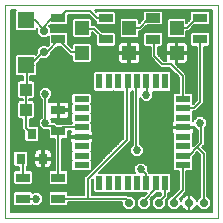
<source format=gtl>
G75*
G70*
%OFA0B0*%
%FSLAX24Y24*%
%IPPOS*%
%LPD*%
%AMOC8*
5,1,8,0,0,1.08239X$1,22.5*
%
%ADD10C,0.0000*%
%ADD11R,0.0472X0.0315*%
%ADD12R,0.0315X0.0472*%
%ADD13R,0.0551X0.0551*%
%ADD14R,0.0472X0.0472*%
%ADD15R,0.0315X0.0354*%
%ADD16C,0.0290*%
%ADD17R,0.0394X0.0433*%
%ADD18C,0.0050*%
%ADD19R,0.0500X0.0220*%
%ADD20R,0.0220X0.0500*%
%ADD21C,0.0060*%
%ADD22C,0.0270*%
D10*
X004112Y009111D02*
X004112Y016198D01*
X011199Y016198D01*
X011199Y009111D01*
X004112Y009111D01*
D11*
X004703Y009741D03*
X004703Y010450D03*
X005884Y010450D03*
X005884Y009741D03*
X005884Y011985D03*
X005884Y012694D03*
X005884Y015056D03*
X005884Y015765D03*
X007459Y015765D03*
X007459Y015056D03*
X010608Y015056D03*
X010608Y015765D03*
D12*
G36*
X008798Y015608D02*
X008797Y015921D01*
X009268Y015922D01*
X009269Y015609D01*
X008798Y015608D01*
G37*
G36*
X008799Y014899D02*
X008798Y015212D01*
X009269Y015213D01*
X009270Y014900D01*
X008799Y014899D01*
G37*
D13*
X004801Y014190D03*
X004801Y015686D03*
D14*
X006671Y015430D03*
X006671Y014603D03*
X008246Y014603D03*
X008246Y015430D03*
X009821Y015430D03*
X009821Y014603D03*
D15*
X005372Y011080D03*
X004998Y011906D03*
X004624Y011080D03*
D16*
X005406Y014625D03*
X005406Y015332D03*
X008230Y009603D03*
X008730Y009603D03*
X009230Y009603D03*
X009730Y009603D03*
X010230Y009603D03*
X010730Y009603D03*
D17*
X004801Y012714D03*
X004801Y013383D03*
D18*
X004801Y013206D02*
X004801Y012891D01*
D19*
X006654Y012753D03*
X006654Y012438D03*
X006654Y012123D03*
X006654Y011808D03*
X006654Y011493D03*
X006654Y011178D03*
X006654Y010863D03*
X006654Y013068D03*
X010034Y013068D03*
X010034Y012753D03*
X010034Y012438D03*
X010034Y012123D03*
X010034Y011808D03*
X010034Y011493D03*
X010034Y011178D03*
X010034Y010863D03*
D20*
X009447Y010276D03*
X009132Y010276D03*
X008817Y010276D03*
X008502Y010276D03*
X008187Y010276D03*
X007872Y010276D03*
X007557Y010276D03*
X007242Y010276D03*
X007242Y013656D03*
X007557Y013656D03*
X007872Y013656D03*
X008187Y013656D03*
X008502Y013656D03*
X008817Y013656D03*
X009132Y013656D03*
X009447Y013656D03*
D21*
X009647Y013678D02*
X009898Y013678D01*
X009898Y013736D02*
X009647Y013736D01*
X009647Y013795D02*
X009889Y013795D01*
X009898Y013786D02*
X009898Y013268D01*
X009747Y013268D01*
X009694Y013215D01*
X009694Y012921D01*
X009705Y012910D01*
X009694Y012900D01*
X009694Y012606D01*
X009705Y012595D01*
X009694Y012585D01*
X009694Y012327D01*
X009680Y012313D01*
X009663Y012283D01*
X009654Y012250D01*
X009654Y012148D01*
X010009Y012148D01*
X010009Y012098D01*
X009654Y012098D01*
X009654Y011996D01*
X009663Y011963D01*
X009680Y011933D01*
X009694Y011919D01*
X009694Y011661D01*
X009705Y011651D01*
X009694Y011640D01*
X009694Y011346D01*
X009705Y011336D01*
X009694Y011325D01*
X009694Y011031D01*
X009705Y011021D01*
X009694Y011010D01*
X009694Y010716D01*
X009747Y010663D01*
X009898Y010663D01*
X009898Y010066D01*
X009692Y009861D01*
X009670Y009838D01*
X009633Y009838D01*
X009495Y009701D01*
X009495Y009506D01*
X009633Y009368D01*
X009828Y009368D01*
X009965Y009506D01*
X009965Y009526D01*
X009966Y009523D01*
X009987Y009473D01*
X010017Y009428D01*
X010055Y009390D01*
X010100Y009360D01*
X010150Y009339D01*
X010203Y009328D01*
X010223Y009328D01*
X010223Y009596D01*
X010238Y009596D01*
X010238Y009328D01*
X010257Y009328D01*
X010310Y009339D01*
X010360Y009360D01*
X010406Y009390D01*
X010444Y009428D01*
X010474Y009473D01*
X010495Y009523D01*
X010495Y009526D01*
X010495Y009506D01*
X010633Y009368D01*
X010828Y009368D01*
X010965Y009506D01*
X010965Y009701D01*
X010846Y009820D01*
X010846Y011187D01*
X010846Y011287D01*
X010679Y011454D01*
X010768Y011542D01*
X010768Y011641D01*
X010768Y012102D01*
X010833Y012168D01*
X010833Y012354D01*
X010701Y012486D01*
X010515Y012486D01*
X010383Y012354D01*
X010383Y012318D01*
X010374Y012327D01*
X010374Y012585D01*
X010364Y012595D01*
X010374Y012606D01*
X010374Y012653D01*
X010461Y012653D01*
X010531Y012723D01*
X010728Y012920D01*
X010728Y013019D01*
X010728Y014809D01*
X010882Y014809D01*
X010934Y014861D01*
X010934Y015251D01*
X010882Y015304D01*
X010335Y015304D01*
X010282Y015251D01*
X010282Y014861D01*
X010335Y014809D01*
X010488Y014809D01*
X010488Y013019D01*
X010372Y012903D01*
X010364Y012910D01*
X010374Y012921D01*
X010374Y013215D01*
X010322Y013268D01*
X010488Y013268D01*
X010488Y013326D02*
X010138Y013326D01*
X010138Y013268D02*
X010138Y013885D01*
X010067Y013956D01*
X009786Y014237D01*
X009791Y014237D01*
X009791Y014573D01*
X009851Y014573D01*
X009851Y014237D01*
X010074Y014237D01*
X010107Y014246D01*
X010137Y014263D01*
X010161Y014287D01*
X010178Y014317D01*
X010187Y014350D01*
X010187Y014573D01*
X009851Y014573D01*
X009851Y014633D01*
X010187Y014633D01*
X010187Y014857D01*
X010178Y014890D01*
X010161Y014919D01*
X010137Y014944D01*
X010107Y014961D01*
X010074Y014969D01*
X009851Y014969D01*
X009851Y014633D01*
X009791Y014633D01*
X009791Y014573D01*
X009455Y014573D01*
X009455Y014350D01*
X009455Y014349D01*
X009398Y014349D01*
X009193Y014555D01*
X009193Y014809D01*
X009308Y014809D01*
X009360Y014862D01*
X009360Y015251D01*
X009307Y015304D01*
X008760Y015303D01*
X008707Y015250D01*
X008708Y014861D01*
X008761Y014808D01*
X008953Y014808D01*
X008953Y014555D01*
X008953Y014455D01*
X009228Y014180D01*
X009299Y014109D01*
X009574Y014109D01*
X009898Y013786D01*
X009830Y013853D02*
X009647Y013853D01*
X009647Y013912D02*
X009772Y013912D01*
X009713Y013970D02*
X009619Y013970D01*
X009594Y013995D02*
X009299Y013995D01*
X009289Y013985D01*
X009279Y013995D01*
X008985Y013995D01*
X008974Y013985D01*
X008964Y013995D01*
X008670Y013995D01*
X008659Y013985D01*
X008649Y013995D01*
X008355Y013995D01*
X008344Y013985D01*
X008334Y013995D01*
X008040Y013995D01*
X008029Y013985D01*
X008019Y013995D01*
X007725Y013995D01*
X007714Y013985D01*
X007704Y013995D01*
X007410Y013995D01*
X007400Y013985D01*
X007389Y013995D01*
X007095Y013995D01*
X007042Y013943D01*
X007042Y013368D01*
X007095Y013316D01*
X007389Y013316D01*
X007400Y013326D01*
X007410Y013316D01*
X007704Y013316D01*
X007714Y013326D01*
X007725Y013316D01*
X008019Y013316D01*
X008029Y013326D01*
X008040Y013316D01*
X008047Y013316D01*
X008047Y011759D01*
X006818Y010530D01*
X006748Y010460D01*
X006748Y009861D01*
X006210Y009861D01*
X006210Y009936D01*
X006157Y009989D01*
X005610Y009989D01*
X005558Y009936D01*
X005558Y009546D01*
X005610Y009494D01*
X006157Y009494D01*
X006210Y009546D01*
X006210Y009621D01*
X006918Y009621D01*
X007995Y009621D01*
X007995Y009506D01*
X008133Y009368D01*
X008328Y009368D01*
X008465Y009506D01*
X008465Y009701D01*
X008328Y009838D01*
X008200Y009838D01*
X008178Y009861D01*
X008078Y009861D01*
X006988Y009861D01*
X006988Y010361D01*
X007042Y010415D01*
X007042Y009988D01*
X007095Y009936D01*
X007389Y009936D01*
X007400Y009946D01*
X007410Y009936D01*
X007704Y009936D01*
X007714Y009946D01*
X007725Y009936D01*
X008019Y009936D01*
X008029Y009946D01*
X008040Y009936D01*
X008334Y009936D01*
X008344Y009946D01*
X008355Y009936D01*
X008649Y009936D01*
X008659Y009946D01*
X008670Y009936D01*
X008822Y009936D01*
X008725Y009838D01*
X008633Y009838D01*
X008495Y009701D01*
X008495Y009506D01*
X008633Y009368D01*
X008828Y009368D01*
X008965Y009506D01*
X008965Y009701D01*
X008946Y009720D01*
X009161Y009936D01*
X009279Y009936D01*
X009289Y009946D01*
X009299Y009936D01*
X009307Y009936D01*
X009307Y009870D01*
X009276Y009838D01*
X009133Y009838D01*
X008995Y009701D01*
X008995Y009506D01*
X009133Y009368D01*
X009328Y009368D01*
X009465Y009506D01*
X009465Y009688D01*
X009547Y009770D01*
X009547Y009870D01*
X009547Y009936D01*
X009594Y009936D01*
X009647Y009988D01*
X009647Y010563D01*
X009594Y010615D01*
X009299Y010615D01*
X009289Y010605D01*
X009279Y010615D01*
X008985Y010615D01*
X008974Y010605D01*
X008964Y010615D01*
X008917Y010615D01*
X008917Y010618D01*
X008865Y010670D01*
X008865Y010819D01*
X008733Y010950D01*
X008546Y010950D01*
X008415Y010819D01*
X008415Y010632D01*
X008431Y010615D01*
X008355Y010615D01*
X008344Y010605D01*
X008334Y010615D01*
X008040Y010615D01*
X008029Y010605D01*
X008019Y010615D01*
X007725Y010615D01*
X007714Y010605D01*
X007704Y010615D01*
X007410Y010615D01*
X007400Y010605D01*
X007389Y010615D01*
X007243Y010615D01*
X008287Y011660D01*
X008287Y011759D01*
X008287Y013316D01*
X008334Y013316D01*
X008344Y013326D01*
X008355Y013316D01*
X008362Y013316D01*
X008362Y011534D01*
X008277Y011448D01*
X008277Y011262D01*
X008409Y011130D01*
X008595Y011130D01*
X008727Y011262D01*
X008727Y011448D01*
X008602Y011573D01*
X008602Y013102D01*
X008724Y012981D01*
X008910Y012981D01*
X009042Y013112D01*
X009042Y013299D01*
X009025Y013316D01*
X009279Y013316D01*
X009289Y013326D01*
X009299Y013316D01*
X009594Y013316D01*
X009647Y013368D01*
X009647Y013943D01*
X009594Y013995D01*
X009655Y014029D02*
X005167Y014029D01*
X005167Y014087D02*
X009596Y014087D01*
X009624Y014229D02*
X010018Y013836D01*
X010018Y013088D01*
X010034Y013068D01*
X010138Y013268D02*
X010322Y013268D01*
X010374Y013209D02*
X010488Y013209D01*
X010488Y013151D02*
X010374Y013151D01*
X010374Y013092D02*
X010488Y013092D01*
X010488Y013034D02*
X010374Y013034D01*
X010374Y012975D02*
X010444Y012975D01*
X010386Y012916D02*
X010370Y012916D01*
X010411Y012773D02*
X010057Y012773D01*
X010034Y012753D01*
X009694Y012741D02*
X008602Y012741D01*
X008602Y012799D02*
X009694Y012799D01*
X009694Y012858D02*
X008602Y012858D01*
X008602Y012916D02*
X009699Y012916D01*
X009694Y012975D02*
X008602Y012975D01*
X008602Y013034D02*
X008671Y013034D01*
X008612Y013092D02*
X008602Y013092D01*
X008362Y013092D02*
X008287Y013092D01*
X008287Y013034D02*
X008362Y013034D01*
X008362Y012975D02*
X008287Y012975D01*
X008287Y012916D02*
X008362Y012916D01*
X008362Y012858D02*
X008287Y012858D01*
X008287Y012799D02*
X008362Y012799D01*
X008362Y012741D02*
X008287Y012741D01*
X008287Y012682D02*
X008362Y012682D01*
X008362Y012624D02*
X008287Y012624D01*
X008287Y012565D02*
X008362Y012565D01*
X008362Y012507D02*
X008287Y012507D01*
X008287Y012448D02*
X008362Y012448D01*
X008362Y012390D02*
X008287Y012390D01*
X008287Y012331D02*
X008362Y012331D01*
X008362Y012273D02*
X008287Y012273D01*
X008287Y012214D02*
X008362Y012214D01*
X008362Y012155D02*
X008287Y012155D01*
X008287Y012097D02*
X008362Y012097D01*
X008362Y012038D02*
X008287Y012038D01*
X008287Y011980D02*
X008362Y011980D01*
X008362Y011921D02*
X008287Y011921D01*
X008287Y011863D02*
X008362Y011863D01*
X008362Y011804D02*
X008287Y011804D01*
X008287Y011746D02*
X008362Y011746D01*
X008362Y011687D02*
X008287Y011687D01*
X008256Y011629D02*
X008362Y011629D01*
X008362Y011570D02*
X008197Y011570D01*
X008139Y011511D02*
X008340Y011511D01*
X008281Y011453D02*
X008080Y011453D01*
X008022Y011394D02*
X008277Y011394D01*
X008277Y011336D02*
X007963Y011336D01*
X007905Y011277D02*
X008277Y011277D01*
X008320Y011219D02*
X007846Y011219D01*
X007787Y011160D02*
X008379Y011160D01*
X008482Y011355D02*
X008502Y011355D01*
X008482Y011355D02*
X008482Y013639D01*
X008502Y013656D01*
X008187Y013656D02*
X008167Y013639D01*
X008167Y011710D01*
X006868Y010410D01*
X006868Y009741D01*
X005884Y009741D01*
X005558Y009755D02*
X005361Y009755D01*
X005361Y009697D02*
X005558Y009697D01*
X005558Y009638D02*
X005351Y009638D01*
X005361Y009648D02*
X005361Y009834D01*
X005229Y009966D01*
X005043Y009966D01*
X005021Y009944D01*
X004976Y009989D01*
X004429Y009989D01*
X004376Y009936D01*
X004376Y009546D01*
X004429Y009494D01*
X004976Y009494D01*
X005021Y009538D01*
X005043Y009516D01*
X005229Y009516D01*
X005361Y009648D01*
X005292Y009580D02*
X005558Y009580D01*
X005583Y009521D02*
X005234Y009521D01*
X005136Y009741D02*
X004703Y009741D01*
X005003Y009521D02*
X005038Y009521D01*
X005264Y009931D02*
X005558Y009931D01*
X005558Y009872D02*
X005323Y009872D01*
X005361Y009814D02*
X005558Y009814D01*
X005610Y010202D02*
X006157Y010202D01*
X006210Y010255D01*
X006210Y010644D01*
X006157Y010697D01*
X006004Y010697D01*
X006004Y011738D01*
X006157Y011738D01*
X006210Y011790D01*
X006210Y012003D01*
X006306Y012003D01*
X006300Y011998D01*
X006283Y011968D01*
X006274Y011935D01*
X006274Y011833D01*
X006629Y011833D01*
X006629Y011783D01*
X006274Y011783D01*
X006274Y011681D01*
X006283Y011648D01*
X006300Y011618D01*
X006314Y011604D01*
X006314Y011346D01*
X006325Y011336D01*
X006314Y011325D01*
X006314Y011031D01*
X006325Y011021D01*
X006314Y011010D01*
X006314Y010716D01*
X006367Y010663D01*
X006942Y010663D01*
X006994Y010716D01*
X006994Y011010D01*
X006984Y011021D01*
X006994Y011031D01*
X006994Y011325D01*
X006984Y011336D01*
X007624Y011336D01*
X007682Y011394D02*
X006994Y011394D01*
X006994Y011346D02*
X006994Y011604D01*
X007008Y011618D01*
X007026Y011648D01*
X007034Y011681D01*
X007034Y011783D01*
X006680Y011783D01*
X006680Y011833D01*
X007034Y011833D01*
X007034Y011935D01*
X007026Y011968D01*
X007008Y011998D01*
X006994Y012012D01*
X006994Y012270D01*
X006984Y012280D01*
X006994Y012291D01*
X006994Y012585D01*
X006984Y012595D01*
X006994Y012606D01*
X006994Y012900D01*
X006984Y012910D01*
X006994Y012921D01*
X006994Y013215D01*
X006942Y013268D01*
X008047Y013268D01*
X008047Y013209D02*
X006994Y013209D01*
X006994Y013151D02*
X008047Y013151D01*
X008047Y013092D02*
X006994Y013092D01*
X006994Y013034D02*
X008047Y013034D01*
X008047Y012975D02*
X006994Y012975D01*
X006990Y012916D02*
X008047Y012916D01*
X008047Y012858D02*
X006994Y012858D01*
X006994Y012799D02*
X008047Y012799D01*
X008047Y012741D02*
X006994Y012741D01*
X006994Y012682D02*
X008047Y012682D01*
X008047Y012624D02*
X006994Y012624D01*
X006994Y012565D02*
X008047Y012565D01*
X008047Y012507D02*
X006994Y012507D01*
X006994Y012448D02*
X008047Y012448D01*
X008047Y012390D02*
X006994Y012390D01*
X006994Y012331D02*
X008047Y012331D01*
X008047Y012273D02*
X006992Y012273D01*
X006994Y012214D02*
X008047Y012214D01*
X008047Y012155D02*
X006994Y012155D01*
X006994Y012097D02*
X008047Y012097D01*
X008047Y012038D02*
X006994Y012038D01*
X007019Y011980D02*
X008047Y011980D01*
X008047Y011921D02*
X007034Y011921D01*
X007034Y011863D02*
X008047Y011863D01*
X008047Y011804D02*
X006680Y011804D01*
X006629Y011804D02*
X006210Y011804D01*
X006210Y011863D02*
X006274Y011863D01*
X006274Y011921D02*
X006210Y011921D01*
X006210Y011980D02*
X006290Y011980D01*
X006274Y011746D02*
X006165Y011746D01*
X006274Y011687D02*
X006004Y011687D01*
X006004Y011629D02*
X006294Y011629D01*
X006314Y011570D02*
X006004Y011570D01*
X006004Y011511D02*
X006314Y011511D01*
X006314Y011453D02*
X006004Y011453D01*
X006004Y011394D02*
X006314Y011394D01*
X006324Y011336D02*
X006004Y011336D01*
X006004Y011277D02*
X006314Y011277D01*
X006314Y011219D02*
X006004Y011219D01*
X006004Y011160D02*
X006314Y011160D01*
X006314Y011102D02*
X006004Y011102D01*
X006004Y011043D02*
X006314Y011043D01*
X006314Y010985D02*
X006004Y010985D01*
X006004Y010926D02*
X006314Y010926D01*
X006314Y010867D02*
X006004Y010867D01*
X006004Y010809D02*
X006314Y010809D01*
X006314Y010750D02*
X006004Y010750D01*
X006163Y010692D02*
X006338Y010692D01*
X006210Y010633D02*
X006921Y010633D01*
X006970Y010692D02*
X006980Y010692D01*
X006994Y010750D02*
X007038Y010750D01*
X006994Y010809D02*
X007097Y010809D01*
X007155Y010867D02*
X006994Y010867D01*
X006994Y010926D02*
X007214Y010926D01*
X007273Y010985D02*
X006994Y010985D01*
X006994Y011043D02*
X007331Y011043D01*
X007390Y011102D02*
X006994Y011102D01*
X006994Y011160D02*
X007448Y011160D01*
X007507Y011219D02*
X006994Y011219D01*
X006994Y011277D02*
X007565Y011277D01*
X007729Y011102D02*
X009694Y011102D01*
X009694Y011160D02*
X008625Y011160D01*
X008684Y011219D02*
X009694Y011219D01*
X009694Y011277D02*
X008727Y011277D01*
X008727Y011336D02*
X009704Y011336D01*
X009694Y011394D02*
X008727Y011394D01*
X008722Y011453D02*
X009694Y011453D01*
X009694Y011511D02*
X008664Y011511D01*
X008605Y011570D02*
X009694Y011570D01*
X009694Y011629D02*
X008602Y011629D01*
X008602Y011687D02*
X009694Y011687D01*
X009694Y011746D02*
X008602Y011746D01*
X008602Y011804D02*
X009694Y011804D01*
X009694Y011863D02*
X008602Y011863D01*
X008602Y011921D02*
X009692Y011921D01*
X009659Y011980D02*
X008602Y011980D01*
X008602Y012038D02*
X009654Y012038D01*
X009654Y012097D02*
X008602Y012097D01*
X008602Y012155D02*
X009654Y012155D01*
X009654Y012214D02*
X008602Y012214D01*
X008602Y012273D02*
X009660Y012273D01*
X009694Y012331D02*
X008602Y012331D01*
X008602Y012390D02*
X009694Y012390D01*
X009694Y012448D02*
X008602Y012448D01*
X008602Y012507D02*
X009694Y012507D01*
X009694Y012565D02*
X008602Y012565D01*
X008602Y012624D02*
X009694Y012624D01*
X009694Y012682D02*
X008602Y012682D01*
X008362Y013151D02*
X008287Y013151D01*
X008287Y013209D02*
X008362Y013209D01*
X008362Y013268D02*
X008287Y013268D01*
X008817Y013206D02*
X008837Y013206D01*
X008837Y013639D01*
X008817Y013656D01*
X009042Y013268D02*
X009747Y013268D01*
X009694Y013209D02*
X009042Y013209D01*
X009042Y013151D02*
X009694Y013151D01*
X009694Y013092D02*
X009021Y013092D01*
X008963Y013034D02*
X009694Y013034D01*
X009605Y013326D02*
X009898Y013326D01*
X009898Y013385D02*
X009647Y013385D01*
X009647Y013443D02*
X009898Y013443D01*
X009898Y013502D02*
X009647Y013502D01*
X009647Y013560D02*
X009898Y013560D01*
X009898Y013619D02*
X009647Y013619D01*
X009936Y014087D02*
X010488Y014087D01*
X010488Y014029D02*
X009994Y014029D01*
X010053Y013970D02*
X010488Y013970D01*
X010488Y013912D02*
X010111Y013912D01*
X010138Y013853D02*
X010488Y013853D01*
X010488Y013795D02*
X010138Y013795D01*
X010138Y013736D02*
X010488Y013736D01*
X010488Y013678D02*
X010138Y013678D01*
X010138Y013619D02*
X010488Y013619D01*
X010488Y013560D02*
X010138Y013560D01*
X010138Y013502D02*
X010488Y013502D01*
X010488Y013443D02*
X010138Y013443D01*
X010138Y013385D02*
X010488Y013385D01*
X010728Y013385D02*
X011002Y013385D01*
X011002Y013443D02*
X010728Y013443D01*
X010728Y013502D02*
X011002Y013502D01*
X011002Y013560D02*
X010728Y013560D01*
X010728Y013619D02*
X011002Y013619D01*
X011002Y013678D02*
X010728Y013678D01*
X010728Y013736D02*
X011002Y013736D01*
X011002Y013795D02*
X010728Y013795D01*
X010728Y013853D02*
X011002Y013853D01*
X011002Y013912D02*
X010728Y013912D01*
X010728Y013970D02*
X011002Y013970D01*
X011002Y014029D02*
X010728Y014029D01*
X010728Y014087D02*
X011002Y014087D01*
X011002Y014146D02*
X010728Y014146D01*
X010728Y014204D02*
X011002Y014204D01*
X011002Y014263D02*
X010728Y014263D01*
X010728Y014322D02*
X011002Y014322D01*
X011002Y014380D02*
X010728Y014380D01*
X010728Y014439D02*
X011002Y014439D01*
X011002Y014497D02*
X010728Y014497D01*
X010728Y014556D02*
X011002Y014556D01*
X011002Y014614D02*
X010728Y014614D01*
X010728Y014673D02*
X011002Y014673D01*
X011002Y014731D02*
X010728Y014731D01*
X010728Y014790D02*
X011002Y014790D01*
X011002Y014848D02*
X010921Y014848D01*
X010934Y014907D02*
X011002Y014907D01*
X011002Y014966D02*
X010934Y014966D01*
X010934Y015024D02*
X011002Y015024D01*
X011002Y015083D02*
X010934Y015083D01*
X010934Y015141D02*
X011002Y015141D01*
X011002Y015200D02*
X010934Y015200D01*
X010927Y015258D02*
X011002Y015258D01*
X011002Y015317D02*
X010147Y015317D01*
X010147Y015330D02*
X010147Y015157D01*
X010094Y015104D01*
X009547Y015104D01*
X009495Y015157D01*
X009495Y015704D01*
X009547Y015756D01*
X010094Y015756D01*
X010147Y015704D01*
X010147Y015591D01*
X010282Y015726D01*
X010282Y015959D01*
X010335Y016012D01*
X010882Y016012D01*
X010934Y015959D01*
X010934Y015570D01*
X010882Y015517D01*
X010412Y015517D01*
X010225Y015330D01*
X010147Y015330D01*
X010147Y015258D02*
X010289Y015258D01*
X010282Y015200D02*
X010147Y015200D01*
X010132Y015141D02*
X010282Y015141D01*
X010282Y015083D02*
X009360Y015083D01*
X009360Y015141D02*
X009510Y015141D01*
X009495Y015200D02*
X009360Y015200D01*
X009353Y015258D02*
X009495Y015258D01*
X009495Y015317D02*
X008572Y015317D01*
X008572Y015330D02*
X008572Y015157D01*
X008519Y015104D01*
X007972Y015104D01*
X007920Y015157D01*
X007920Y015704D01*
X007972Y015756D01*
X008519Y015756D01*
X008572Y015704D01*
X008572Y015591D01*
X008707Y015726D01*
X008706Y015959D01*
X008759Y016012D01*
X009306Y016013D01*
X009359Y015960D01*
X009359Y015571D01*
X009307Y015518D01*
X008837Y015517D01*
X008650Y015330D01*
X008572Y015330D01*
X008572Y015258D02*
X008715Y015258D01*
X008708Y015200D02*
X008572Y015200D01*
X008557Y015141D02*
X008708Y015141D01*
X008708Y015083D02*
X007785Y015083D01*
X007785Y015141D02*
X007935Y015141D01*
X007920Y015200D02*
X007785Y015200D01*
X007785Y015251D02*
X007732Y015304D01*
X007341Y015304D01*
X007115Y015530D01*
X007015Y015530D01*
X006997Y015530D01*
X006997Y015704D01*
X006945Y015756D01*
X006398Y015756D01*
X006345Y015704D01*
X006345Y015157D01*
X006398Y015104D01*
X006945Y015104D01*
X006997Y015157D01*
X006997Y015290D01*
X007015Y015290D01*
X007132Y015173D01*
X007132Y014861D01*
X007185Y014809D01*
X007732Y014809D01*
X007785Y014861D01*
X007785Y015251D01*
X007777Y015258D02*
X007920Y015258D01*
X007920Y015317D02*
X007328Y015317D01*
X007270Y015375D02*
X007920Y015375D01*
X007920Y015434D02*
X007211Y015434D01*
X007153Y015492D02*
X007920Y015492D01*
X007920Y015551D02*
X007766Y015551D01*
X007785Y015570D02*
X007785Y015959D01*
X007732Y016012D01*
X007185Y016012D01*
X007145Y015972D01*
X007100Y016018D01*
X011002Y016018D01*
X011002Y009291D01*
X004309Y009291D01*
X004309Y016018D01*
X004455Y016018D01*
X004436Y015999D01*
X004436Y015373D01*
X004488Y015320D01*
X005114Y015320D01*
X005167Y015373D01*
X005167Y015446D01*
X005177Y015436D01*
X005171Y015430D01*
X005171Y015235D01*
X005309Y015097D01*
X005503Y015097D01*
X005558Y015152D01*
X005558Y014861D01*
X005530Y014833D01*
X005503Y014860D01*
X005309Y014860D01*
X005171Y014723D01*
X005171Y014592D01*
X005124Y014545D01*
X005114Y014555D01*
X004488Y014555D01*
X004436Y014503D01*
X004436Y013877D01*
X004488Y013824D01*
X004701Y013824D01*
X004701Y013689D01*
X004567Y013689D01*
X004514Y013637D01*
X004514Y013129D01*
X004567Y013076D01*
X004686Y013076D01*
X004686Y013020D01*
X004567Y013020D01*
X004514Y012967D01*
X004514Y012460D01*
X004567Y012407D01*
X004681Y012407D01*
X004681Y012054D01*
X004750Y011984D01*
X004750Y011692D01*
X004803Y011639D01*
X005193Y011639D01*
X005245Y011692D01*
X005245Y012121D01*
X005193Y012174D01*
X004921Y012174D01*
X004921Y012407D01*
X005035Y012407D01*
X005088Y012460D01*
X005088Y012967D01*
X005035Y013020D01*
X004916Y013020D01*
X004916Y013076D01*
X005035Y013076D01*
X005088Y013129D01*
X005088Y013637D01*
X005035Y013689D01*
X004941Y013689D01*
X004941Y013824D01*
X005114Y013824D01*
X005167Y013877D01*
X005167Y014130D01*
X005177Y014140D01*
X005177Y014240D01*
X005168Y014249D01*
X005309Y014390D01*
X005503Y014390D01*
X005641Y014528D01*
X005641Y014604D01*
X005649Y014613D01*
X005845Y014809D01*
X005962Y014809D01*
X006197Y014573D01*
X006267Y014503D01*
X006345Y014503D01*
X006345Y014330D01*
X006398Y014277D01*
X006945Y014277D01*
X006997Y014330D01*
X006997Y014877D01*
X006945Y014929D01*
X006398Y014929D01*
X006345Y014877D01*
X006345Y014764D01*
X006210Y014899D01*
X006210Y015251D01*
X006157Y015304D01*
X005641Y015304D01*
X005641Y015430D01*
X005581Y015489D01*
X005610Y015518D01*
X005610Y015517D01*
X006157Y015517D01*
X006210Y015570D01*
X006210Y015881D01*
X006897Y015881D01*
X007132Y015646D01*
X007132Y015570D01*
X007185Y015517D01*
X007732Y015517D01*
X007785Y015570D01*
X007785Y015609D02*
X007920Y015609D01*
X007920Y015668D02*
X007785Y015668D01*
X007785Y015727D02*
X007943Y015727D01*
X007785Y015785D02*
X008707Y015785D01*
X008707Y015727D02*
X008549Y015727D01*
X008572Y015668D02*
X008649Y015668D01*
X008590Y015609D02*
X008572Y015609D01*
X008600Y015450D02*
X008876Y015725D01*
X008994Y015725D01*
X009033Y015765D01*
X009359Y015785D02*
X010282Y015785D01*
X010282Y015727D02*
X010124Y015727D01*
X010147Y015668D02*
X010224Y015668D01*
X010165Y015609D02*
X010147Y015609D01*
X010175Y015450D02*
X010490Y015765D01*
X010608Y015765D01*
X010934Y015785D02*
X011002Y015785D01*
X011002Y015727D02*
X010934Y015727D01*
X010934Y015668D02*
X011002Y015668D01*
X011002Y015609D02*
X010934Y015609D01*
X010915Y015551D02*
X011002Y015551D01*
X011002Y015492D02*
X010387Y015492D01*
X010329Y015434D02*
X011002Y015434D01*
X011002Y015375D02*
X010270Y015375D01*
X010175Y015450D02*
X009821Y015450D01*
X009821Y015430D01*
X009518Y015727D02*
X009359Y015727D01*
X009359Y015668D02*
X009495Y015668D01*
X009495Y015609D02*
X009359Y015609D01*
X009340Y015551D02*
X009495Y015551D01*
X009495Y015492D02*
X008813Y015492D01*
X008754Y015434D02*
X009495Y015434D01*
X009495Y015375D02*
X008696Y015375D01*
X008600Y015450D02*
X008246Y015450D01*
X008246Y015430D01*
X008216Y014969D02*
X007993Y014969D01*
X007960Y014961D01*
X007930Y014944D01*
X007906Y014919D01*
X007889Y014890D01*
X007880Y014857D01*
X007880Y014633D01*
X008216Y014633D01*
X008216Y014573D01*
X008276Y014573D01*
X008276Y014237D01*
X008499Y014237D01*
X008532Y014246D01*
X008562Y014263D01*
X008586Y014287D01*
X008603Y014317D01*
X008612Y014350D01*
X008612Y014573D01*
X008276Y014573D01*
X008276Y014633D01*
X008612Y014633D01*
X008612Y014857D01*
X008603Y014890D01*
X008586Y014919D01*
X008562Y014944D01*
X008532Y014961D01*
X008499Y014969D01*
X008276Y014969D01*
X008276Y014633D01*
X008216Y014633D01*
X008216Y014969D01*
X008216Y014966D02*
X008276Y014966D01*
X008276Y014907D02*
X008216Y014907D01*
X008216Y014848D02*
X008276Y014848D01*
X008276Y014790D02*
X008216Y014790D01*
X008216Y014731D02*
X008276Y014731D01*
X008276Y014673D02*
X008216Y014673D01*
X008216Y014614D02*
X006997Y014614D01*
X006997Y014556D02*
X007880Y014556D01*
X007880Y014573D02*
X007880Y014350D01*
X007889Y014317D01*
X007906Y014287D01*
X007930Y014263D01*
X005182Y014263D01*
X005177Y014204D02*
X009203Y014204D01*
X009145Y014263D02*
X008562Y014263D01*
X008605Y014322D02*
X009086Y014322D01*
X009028Y014380D02*
X008612Y014380D01*
X008612Y014439D02*
X008969Y014439D01*
X008953Y014497D02*
X008612Y014497D01*
X008612Y014556D02*
X008953Y014556D01*
X008953Y014614D02*
X008276Y014614D01*
X008276Y014556D02*
X008216Y014556D01*
X008216Y014573D02*
X008216Y014237D01*
X007993Y014237D01*
X007960Y014246D01*
X007930Y014263D01*
X007887Y014322D02*
X006989Y014322D01*
X006997Y014380D02*
X007880Y014380D01*
X007880Y014439D02*
X006997Y014439D01*
X006997Y014497D02*
X007880Y014497D01*
X007880Y014573D02*
X008216Y014573D01*
X008216Y014497D02*
X008276Y014497D01*
X008276Y014439D02*
X008216Y014439D01*
X008216Y014380D02*
X008276Y014380D01*
X008276Y014322D02*
X008216Y014322D01*
X008216Y014263D02*
X008276Y014263D01*
X008612Y014673D02*
X008953Y014673D01*
X008953Y014731D02*
X008612Y014731D01*
X008612Y014790D02*
X008953Y014790D01*
X009034Y015056D02*
X009073Y015056D01*
X009073Y014505D01*
X009348Y014229D01*
X009624Y014229D01*
X009455Y014380D02*
X009367Y014380D01*
X009309Y014439D02*
X009455Y014439D01*
X009455Y014497D02*
X009250Y014497D01*
X009193Y014556D02*
X009455Y014556D01*
X009455Y014633D02*
X009791Y014633D01*
X009791Y014969D01*
X009567Y014969D01*
X009534Y014961D01*
X009505Y014944D01*
X009481Y014919D01*
X009463Y014890D01*
X009455Y014857D01*
X009455Y014633D01*
X009455Y014673D02*
X009193Y014673D01*
X009193Y014731D02*
X009455Y014731D01*
X009455Y014790D02*
X009193Y014790D01*
X009347Y014848D02*
X009455Y014848D01*
X009473Y014907D02*
X009360Y014907D01*
X009360Y014966D02*
X009553Y014966D01*
X009360Y015024D02*
X010282Y015024D01*
X010282Y014966D02*
X010089Y014966D01*
X010168Y014907D02*
X010282Y014907D01*
X010295Y014848D02*
X010187Y014848D01*
X010187Y014790D02*
X010488Y014790D01*
X010488Y014731D02*
X010187Y014731D01*
X010187Y014673D02*
X010488Y014673D01*
X010488Y014614D02*
X009851Y014614D01*
X009851Y014556D02*
X009791Y014556D01*
X009791Y014614D02*
X009193Y014614D01*
X009262Y014146D02*
X005177Y014146D01*
X005057Y014190D02*
X004939Y014190D01*
X005372Y014623D01*
X005406Y014625D01*
X005411Y014662D01*
X005529Y014662D01*
X005884Y015017D01*
X005884Y015056D01*
X006317Y014623D01*
X006671Y014623D01*
X006671Y014603D01*
X006967Y014907D02*
X007132Y014907D01*
X007132Y014966D02*
X006210Y014966D01*
X006210Y015024D02*
X007132Y015024D01*
X007132Y015083D02*
X006210Y015083D01*
X006210Y015141D02*
X006360Y015141D01*
X006345Y015200D02*
X006210Y015200D01*
X006203Y015258D02*
X006345Y015258D01*
X006345Y015317D02*
X005641Y015317D01*
X005641Y015375D02*
X006345Y015375D01*
X006345Y015434D02*
X005637Y015434D01*
X005584Y015492D02*
X006345Y015492D01*
X006345Y015551D02*
X006191Y015551D01*
X006210Y015609D02*
X006345Y015609D01*
X006345Y015668D02*
X006210Y015668D01*
X006210Y015727D02*
X006368Y015727D01*
X006210Y015785D02*
X006993Y015785D01*
X006974Y015727D02*
X007051Y015727D01*
X006997Y015668D02*
X007110Y015668D01*
X007132Y015609D02*
X006997Y015609D01*
X006997Y015551D02*
X007151Y015551D01*
X007065Y015410D02*
X007419Y015056D01*
X007459Y015056D01*
X007132Y015141D02*
X006982Y015141D01*
X006997Y015200D02*
X007106Y015200D01*
X007047Y015258D02*
X006997Y015258D01*
X007065Y015410D02*
X006671Y015410D01*
X006671Y015430D01*
X006934Y015844D02*
X006210Y015844D01*
X006120Y016001D02*
X005884Y015765D01*
X005884Y015725D01*
X005648Y015725D01*
X005372Y015450D01*
X005406Y015332D01*
X005411Y015371D01*
X005096Y015686D01*
X004801Y015686D01*
X004436Y015668D02*
X004309Y015668D01*
X004309Y015609D02*
X004436Y015609D01*
X004436Y015551D02*
X004309Y015551D01*
X004309Y015492D02*
X004436Y015492D01*
X004436Y015434D02*
X004309Y015434D01*
X004309Y015375D02*
X004436Y015375D01*
X004309Y015317D02*
X005171Y015317D01*
X005167Y015375D02*
X005171Y015375D01*
X005167Y015434D02*
X005175Y015434D01*
X005171Y015258D02*
X004309Y015258D01*
X004309Y015200D02*
X005206Y015200D01*
X005265Y015141D02*
X004309Y015141D01*
X004309Y015083D02*
X005558Y015083D01*
X005558Y015141D02*
X005547Y015141D01*
X005558Y015024D02*
X004309Y015024D01*
X004309Y014966D02*
X005558Y014966D01*
X005558Y014907D02*
X004309Y014907D01*
X004309Y014848D02*
X005297Y014848D01*
X005238Y014790D02*
X004309Y014790D01*
X004309Y014731D02*
X005180Y014731D01*
X005171Y014673D02*
X004309Y014673D01*
X004309Y014614D02*
X005171Y014614D01*
X005135Y014556D02*
X004309Y014556D01*
X004309Y014497D02*
X004436Y014497D01*
X004436Y014439D02*
X004309Y014439D01*
X004309Y014380D02*
X004436Y014380D01*
X004436Y014322D02*
X004309Y014322D01*
X004309Y014263D02*
X004436Y014263D01*
X004436Y014204D02*
X004309Y014204D01*
X004309Y014146D02*
X004436Y014146D01*
X004436Y014087D02*
X004309Y014087D01*
X004309Y014029D02*
X004436Y014029D01*
X004436Y013970D02*
X004309Y013970D01*
X004309Y013912D02*
X004436Y013912D01*
X004459Y013853D02*
X004309Y013853D01*
X004309Y013795D02*
X004701Y013795D01*
X004701Y013736D02*
X004309Y013736D01*
X004309Y013678D02*
X004555Y013678D01*
X004514Y013619D02*
X004309Y013619D01*
X004309Y013560D02*
X004514Y013560D01*
X004514Y013502D02*
X004309Y013502D01*
X004309Y013443D02*
X004514Y013443D01*
X004514Y013385D02*
X004309Y013385D01*
X004309Y013326D02*
X004514Y013326D01*
X004514Y013268D02*
X004309Y013268D01*
X004309Y013209D02*
X004514Y013209D01*
X004514Y013151D02*
X004309Y013151D01*
X004309Y013092D02*
X004551Y013092D01*
X004522Y012975D02*
X004309Y012975D01*
X004309Y012916D02*
X004514Y012916D01*
X004514Y012858D02*
X004309Y012858D01*
X004309Y012799D02*
X004514Y012799D01*
X004514Y012741D02*
X004309Y012741D01*
X004309Y012682D02*
X004514Y012682D01*
X004514Y012624D02*
X004309Y012624D01*
X004309Y012565D02*
X004514Y012565D01*
X004514Y012507D02*
X004309Y012507D01*
X004309Y012448D02*
X004526Y012448D01*
X004681Y012390D02*
X004309Y012390D01*
X004309Y012331D02*
X004681Y012331D01*
X004681Y012273D02*
X004309Y012273D01*
X004309Y012214D02*
X004681Y012214D01*
X004681Y012155D02*
X004309Y012155D01*
X004309Y012097D02*
X004681Y012097D01*
X004696Y012038D02*
X004309Y012038D01*
X004309Y011980D02*
X004750Y011980D01*
X004750Y011921D02*
X004309Y011921D01*
X004309Y011863D02*
X004750Y011863D01*
X004750Y011804D02*
X004309Y011804D01*
X004309Y011746D02*
X004750Y011746D01*
X004755Y011687D02*
X004309Y011687D01*
X004309Y011629D02*
X005764Y011629D01*
X005764Y011687D02*
X005240Y011687D01*
X005245Y011746D02*
X005602Y011746D01*
X005610Y011738D02*
X005764Y011738D01*
X005764Y010697D01*
X005610Y010697D01*
X005558Y010644D01*
X005558Y010255D01*
X005610Y010202D01*
X005589Y010224D02*
X004997Y010224D01*
X004976Y010202D02*
X005029Y010255D01*
X005029Y010644D01*
X004976Y010697D01*
X004823Y010697D01*
X004823Y010816D01*
X004871Y010865D01*
X004871Y011294D01*
X004819Y011347D01*
X004429Y011347D01*
X004376Y011294D01*
X004376Y010865D01*
X004429Y010813D01*
X004583Y010813D01*
X004583Y010697D01*
X004429Y010697D01*
X004376Y010644D01*
X004376Y010255D01*
X004429Y010202D01*
X004976Y010202D01*
X005029Y010282D02*
X005558Y010282D01*
X005558Y010341D02*
X005029Y010341D01*
X005029Y010399D02*
X005558Y010399D01*
X005558Y010458D02*
X005029Y010458D01*
X005029Y010516D02*
X005558Y010516D01*
X005558Y010575D02*
X005029Y010575D01*
X005029Y010633D02*
X005558Y010633D01*
X005605Y010692D02*
X004981Y010692D01*
X004823Y010750D02*
X005764Y010750D01*
X005764Y010809D02*
X005620Y010809D01*
X005609Y010799D02*
X005633Y010823D01*
X005651Y010852D01*
X005659Y010885D01*
X005659Y011050D01*
X005402Y011050D01*
X005402Y011110D01*
X005342Y011110D01*
X005342Y011387D01*
X005197Y011387D01*
X005164Y011378D01*
X005135Y011361D01*
X005110Y011337D01*
X005093Y011307D01*
X005084Y011274D01*
X005084Y011110D01*
X005342Y011110D01*
X005342Y011050D01*
X005084Y011050D01*
X005084Y010885D01*
X005093Y010852D01*
X005110Y010823D01*
X005135Y010799D01*
X005164Y010781D01*
X005197Y010773D01*
X005342Y010773D01*
X005342Y011050D01*
X005402Y011050D01*
X005402Y010773D01*
X005547Y010773D01*
X005580Y010781D01*
X005609Y010799D01*
X005655Y010867D02*
X005764Y010867D01*
X005764Y010926D02*
X005659Y010926D01*
X005659Y010985D02*
X005764Y010985D01*
X005764Y011043D02*
X005659Y011043D01*
X005659Y011110D02*
X005659Y011274D01*
X005651Y011307D01*
X005633Y011337D01*
X005609Y011361D01*
X005580Y011378D01*
X005547Y011387D01*
X005402Y011387D01*
X005402Y011110D01*
X005659Y011110D01*
X005659Y011160D02*
X005764Y011160D01*
X005764Y011102D02*
X005402Y011102D01*
X005402Y011160D02*
X005342Y011160D01*
X005342Y011102D02*
X004871Y011102D01*
X004871Y011160D02*
X005084Y011160D01*
X005084Y011219D02*
X004871Y011219D01*
X004871Y011277D02*
X005085Y011277D01*
X005110Y011336D02*
X004830Y011336D01*
X004703Y011080D02*
X004624Y011080D01*
X004703Y011080D02*
X004703Y010450D01*
X004583Y010750D02*
X004309Y010750D01*
X004309Y010692D02*
X004424Y010692D01*
X004376Y010633D02*
X004309Y010633D01*
X004309Y010575D02*
X004376Y010575D01*
X004376Y010516D02*
X004309Y010516D01*
X004309Y010458D02*
X004376Y010458D01*
X004376Y010399D02*
X004309Y010399D01*
X004309Y010341D02*
X004376Y010341D01*
X004376Y010282D02*
X004309Y010282D01*
X004309Y010224D02*
X004408Y010224D01*
X004309Y010165D02*
X006748Y010165D01*
X006748Y010224D02*
X006178Y010224D01*
X006210Y010282D02*
X006748Y010282D01*
X006748Y010341D02*
X006210Y010341D01*
X006210Y010399D02*
X006748Y010399D01*
X006748Y010458D02*
X006210Y010458D01*
X006210Y010516D02*
X006804Y010516D01*
X006863Y010575D02*
X006210Y010575D01*
X005884Y010450D02*
X005884Y011985D01*
X005884Y012025D01*
X005726Y012182D01*
X005529Y012182D01*
X005451Y012261D01*
X005451Y013245D01*
X005616Y013092D02*
X006314Y013092D01*
X006314Y013034D02*
X005571Y013034D01*
X005571Y013047D02*
X005676Y013152D01*
X005676Y013338D01*
X005544Y013470D01*
X005357Y013470D01*
X005226Y013338D01*
X005226Y013152D01*
X005331Y013047D01*
X005331Y012459D01*
X005226Y012354D01*
X005226Y012168D01*
X005357Y012036D01*
X005544Y012036D01*
X005558Y012049D01*
X005558Y011790D01*
X005610Y011738D01*
X005558Y011804D02*
X005245Y011804D01*
X005245Y011863D02*
X005558Y011863D01*
X005558Y011921D02*
X005245Y011921D01*
X005245Y011980D02*
X005558Y011980D01*
X005558Y012038D02*
X005546Y012038D01*
X005676Y012302D02*
X005676Y012354D01*
X005621Y012409D01*
X005630Y012406D01*
X005854Y012406D01*
X005854Y012664D01*
X005914Y012664D01*
X005914Y012724D01*
X006250Y012724D01*
X006250Y012868D01*
X006241Y012901D01*
X006224Y012931D01*
X006200Y012955D01*
X006170Y012972D01*
X006137Y012981D01*
X005914Y012981D01*
X005914Y012724D01*
X005854Y012724D01*
X005854Y012981D01*
X005630Y012981D01*
X005597Y012972D01*
X005571Y012957D01*
X005571Y013047D01*
X005571Y012975D02*
X005607Y012975D01*
X005674Y013151D02*
X006314Y013151D01*
X006314Y013209D02*
X005676Y013209D01*
X005676Y013268D02*
X006367Y013268D01*
X006314Y013215D01*
X006314Y012921D01*
X006325Y012910D01*
X006314Y012900D01*
X006314Y012606D01*
X006325Y012595D01*
X006314Y012585D01*
X006314Y012291D01*
X006325Y012280D01*
X006314Y012270D01*
X006314Y012243D01*
X006046Y012243D01*
X006042Y012246D01*
X005997Y012243D01*
X005952Y012243D01*
X005948Y012239D01*
X005943Y012239D01*
X005938Y012233D01*
X005845Y012233D01*
X005776Y012302D01*
X005676Y012302D01*
X005676Y012331D02*
X006314Y012331D01*
X006317Y012273D02*
X005805Y012273D01*
X005914Y012406D02*
X006137Y012406D01*
X006170Y012415D01*
X006200Y012432D01*
X006224Y012457D01*
X006241Y012486D01*
X006250Y012519D01*
X006250Y012664D01*
X005914Y012664D01*
X005914Y012406D01*
X005914Y012448D02*
X005854Y012448D01*
X005854Y012507D02*
X005914Y012507D01*
X005914Y012565D02*
X005854Y012565D01*
X005854Y012624D02*
X005914Y012624D01*
X005914Y012682D02*
X006314Y012682D01*
X006314Y012624D02*
X006250Y012624D01*
X006250Y012565D02*
X006314Y012565D01*
X006314Y012507D02*
X006247Y012507D01*
X006216Y012448D02*
X006314Y012448D01*
X006314Y012390D02*
X005640Y012390D01*
X005320Y012448D02*
X005076Y012448D01*
X005088Y012507D02*
X005331Y012507D01*
X005331Y012565D02*
X005088Y012565D01*
X005088Y012624D02*
X005331Y012624D01*
X005331Y012682D02*
X005088Y012682D01*
X005088Y012741D02*
X005331Y012741D01*
X005331Y012799D02*
X005088Y012799D01*
X005088Y012858D02*
X005331Y012858D01*
X005331Y012916D02*
X005088Y012916D01*
X005080Y012975D02*
X005331Y012975D01*
X005331Y013034D02*
X004916Y013034D01*
X005051Y013092D02*
X005285Y013092D01*
X005227Y013151D02*
X005088Y013151D01*
X005088Y013209D02*
X005226Y013209D01*
X005226Y013268D02*
X005088Y013268D01*
X005088Y013326D02*
X005226Y013326D01*
X005272Y013385D02*
X005088Y013385D01*
X005088Y013443D02*
X005331Y013443D01*
X005571Y013443D02*
X007042Y013443D01*
X007042Y013385D02*
X005629Y013385D01*
X005676Y013326D02*
X007084Y013326D01*
X006942Y013268D02*
X006367Y013268D01*
X006314Y012975D02*
X006160Y012975D01*
X006232Y012916D02*
X006319Y012916D01*
X006314Y012858D02*
X006250Y012858D01*
X006250Y012799D02*
X006314Y012799D01*
X006314Y012741D02*
X006250Y012741D01*
X005914Y012741D02*
X005854Y012741D01*
X005854Y012799D02*
X005914Y012799D01*
X005914Y012858D02*
X005854Y012858D01*
X005854Y012916D02*
X005914Y012916D01*
X005914Y012975D02*
X005854Y012975D01*
X006002Y012123D02*
X006654Y012123D01*
X006632Y012143D01*
X007034Y011746D02*
X008034Y011746D01*
X007975Y011687D02*
X007034Y011687D01*
X007014Y011629D02*
X007916Y011629D01*
X007858Y011570D02*
X006994Y011570D01*
X006994Y011511D02*
X007799Y011511D01*
X007741Y011453D02*
X006994Y011453D01*
X006994Y011346D02*
X006984Y011336D01*
X007436Y010809D02*
X008415Y010809D01*
X008415Y010750D02*
X007378Y010750D01*
X007319Y010692D02*
X008415Y010692D01*
X008415Y010633D02*
X007261Y010633D01*
X007042Y010399D02*
X007026Y010399D01*
X007042Y010341D02*
X006988Y010341D01*
X006988Y010282D02*
X007042Y010282D01*
X007042Y010224D02*
X006988Y010224D01*
X006988Y010165D02*
X007042Y010165D01*
X007042Y010106D02*
X006988Y010106D01*
X006988Y010048D02*
X007042Y010048D01*
X007042Y009989D02*
X006988Y009989D01*
X006988Y009931D02*
X008817Y009931D01*
X008759Y009872D02*
X006988Y009872D01*
X006868Y009741D02*
X008128Y009741D01*
X008246Y009623D01*
X008230Y009603D01*
X008411Y009755D02*
X008550Y009755D01*
X008495Y009697D02*
X008465Y009697D01*
X008465Y009638D02*
X008495Y009638D01*
X008495Y009580D02*
X008465Y009580D01*
X008465Y009521D02*
X008495Y009521D01*
X008539Y009462D02*
X008422Y009462D01*
X008363Y009404D02*
X008597Y009404D01*
X008730Y009603D02*
X008758Y009623D01*
X008758Y009702D01*
X009112Y010056D01*
X009112Y010253D01*
X009132Y010276D01*
X009156Y009931D02*
X009307Y009931D01*
X009307Y009872D02*
X009098Y009872D01*
X009108Y009814D02*
X009039Y009814D01*
X009050Y009755D02*
X008981Y009755D01*
X008995Y009697D02*
X008965Y009697D01*
X008965Y009638D02*
X008995Y009638D01*
X008995Y009580D02*
X008965Y009580D01*
X008965Y009521D02*
X008995Y009521D01*
X009039Y009462D02*
X008922Y009462D01*
X008863Y009404D02*
X009097Y009404D01*
X009230Y009603D02*
X009230Y009623D01*
X009427Y009820D01*
X009427Y010253D01*
X009447Y010276D01*
X009547Y009931D02*
X009762Y009931D01*
X009821Y009989D02*
X009647Y009989D01*
X009647Y010048D02*
X009879Y010048D01*
X009898Y010106D02*
X009647Y010106D01*
X009647Y010165D02*
X009898Y010165D01*
X009898Y010224D02*
X009647Y010224D01*
X009647Y010282D02*
X009898Y010282D01*
X009898Y010341D02*
X009647Y010341D01*
X009647Y010399D02*
X009898Y010399D01*
X009898Y010458D02*
X009647Y010458D01*
X009647Y010516D02*
X009898Y010516D01*
X009898Y010575D02*
X009635Y010575D01*
X009718Y010692D02*
X008865Y010692D01*
X008865Y010750D02*
X009694Y010750D01*
X009694Y010809D02*
X008865Y010809D01*
X008816Y010867D02*
X009694Y010867D01*
X009694Y010926D02*
X008757Y010926D01*
X008640Y010725D02*
X008797Y010568D01*
X008797Y010292D01*
X008817Y010276D01*
X008901Y010633D02*
X009898Y010633D01*
X010018Y010843D02*
X010034Y010863D01*
X010018Y010843D02*
X010018Y010017D01*
X009742Y009741D01*
X009742Y009623D01*
X009730Y009603D01*
X009550Y009755D02*
X009532Y009755D01*
X009547Y009814D02*
X009608Y009814D01*
X009547Y009872D02*
X009704Y009872D01*
X009918Y009748D02*
X009965Y009701D01*
X009965Y009680D01*
X009966Y009684D01*
X009987Y009734D01*
X010017Y009779D01*
X010055Y009817D01*
X010100Y009847D01*
X010150Y009868D01*
X010203Y009878D01*
X010223Y009878D01*
X010223Y009611D01*
X010238Y009611D01*
X010238Y009878D01*
X010257Y009878D01*
X010310Y009868D01*
X010360Y009847D01*
X010406Y009817D01*
X010444Y009779D01*
X010474Y009734D01*
X010495Y009684D01*
X010495Y009680D01*
X010495Y009701D01*
X010606Y009812D01*
X010606Y011187D01*
X010510Y011284D01*
X010374Y011149D01*
X010374Y011031D01*
X010364Y011021D01*
X010374Y011010D01*
X010374Y010716D01*
X010322Y010663D01*
X010138Y010663D01*
X010138Y010066D01*
X010138Y009967D01*
X009918Y009748D01*
X009926Y009755D02*
X010001Y009755D01*
X009984Y009814D02*
X010052Y009814D01*
X010043Y009872D02*
X010173Y009872D01*
X010223Y009872D02*
X010238Y009872D01*
X010288Y009872D02*
X010606Y009872D01*
X010606Y009814D02*
X010409Y009814D01*
X010459Y009755D02*
X010550Y009755D01*
X010495Y009697D02*
X010489Y009697D01*
X010494Y009521D02*
X010495Y009521D01*
X010467Y009462D02*
X010539Y009462D01*
X010597Y009404D02*
X010420Y009404D01*
X010326Y009345D02*
X011002Y009345D01*
X011002Y009404D02*
X010863Y009404D01*
X010922Y009462D02*
X011002Y009462D01*
X011002Y009521D02*
X010965Y009521D01*
X010965Y009580D02*
X011002Y009580D01*
X011002Y009638D02*
X010965Y009638D01*
X010965Y009697D02*
X011002Y009697D01*
X011002Y009755D02*
X010911Y009755D01*
X010852Y009814D02*
X011002Y009814D01*
X011002Y009872D02*
X010846Y009872D01*
X010846Y009931D02*
X011002Y009931D01*
X011002Y009989D02*
X010846Y009989D01*
X010846Y010048D02*
X011002Y010048D01*
X011002Y010106D02*
X010846Y010106D01*
X010846Y010165D02*
X011002Y010165D01*
X011002Y010224D02*
X010846Y010224D01*
X010846Y010282D02*
X011002Y010282D01*
X011002Y010341D02*
X010846Y010341D01*
X010846Y010399D02*
X011002Y010399D01*
X011002Y010458D02*
X010846Y010458D01*
X010846Y010516D02*
X011002Y010516D01*
X011002Y010575D02*
X010846Y010575D01*
X010846Y010633D02*
X011002Y010633D01*
X011002Y010692D02*
X010846Y010692D01*
X010846Y010750D02*
X011002Y010750D01*
X011002Y010809D02*
X010846Y010809D01*
X010846Y010867D02*
X011002Y010867D01*
X011002Y010926D02*
X010846Y010926D01*
X010846Y010985D02*
X011002Y010985D01*
X011002Y011043D02*
X010846Y011043D01*
X010846Y011102D02*
X011002Y011102D01*
X011002Y011160D02*
X010846Y011160D01*
X010846Y011219D02*
X011002Y011219D01*
X011002Y011277D02*
X010846Y011277D01*
X010797Y011336D02*
X011002Y011336D01*
X011002Y011394D02*
X010739Y011394D01*
X010680Y011453D02*
X011002Y011453D01*
X011002Y011511D02*
X010737Y011511D01*
X010768Y011570D02*
X011002Y011570D01*
X011002Y011629D02*
X010768Y011629D01*
X010768Y011687D02*
X011002Y011687D01*
X011002Y011746D02*
X010768Y011746D01*
X010768Y011804D02*
X011002Y011804D01*
X011002Y011863D02*
X010768Y011863D01*
X010768Y011921D02*
X011002Y011921D01*
X011002Y011980D02*
X010768Y011980D01*
X010768Y012038D02*
X011002Y012038D01*
X011002Y012097D02*
X010768Y012097D01*
X010821Y012155D02*
X011002Y012155D01*
X011002Y012214D02*
X010833Y012214D01*
X010833Y012273D02*
X011002Y012273D01*
X011002Y012331D02*
X010833Y012331D01*
X010798Y012390D02*
X011002Y012390D01*
X011002Y012448D02*
X010739Y012448D01*
X010608Y012261D02*
X010648Y012221D01*
X010648Y011591D01*
X010510Y011454D01*
X010726Y011237D01*
X010726Y009623D01*
X010730Y009603D01*
X010606Y009931D02*
X010101Y009931D01*
X010138Y009989D02*
X010606Y009989D01*
X010606Y010048D02*
X010138Y010048D01*
X010138Y010106D02*
X010606Y010106D01*
X010606Y010165D02*
X010138Y010165D01*
X010138Y010224D02*
X010606Y010224D01*
X010606Y010282D02*
X010138Y010282D01*
X010138Y010341D02*
X010606Y010341D01*
X010606Y010399D02*
X010138Y010399D01*
X010138Y010458D02*
X010606Y010458D01*
X010606Y010516D02*
X010138Y010516D01*
X010138Y010575D02*
X010606Y010575D01*
X010606Y010633D02*
X010138Y010633D01*
X010350Y010692D02*
X010606Y010692D01*
X010606Y010750D02*
X010374Y010750D01*
X010374Y010809D02*
X010606Y010809D01*
X010606Y010867D02*
X010374Y010867D01*
X010374Y010926D02*
X010606Y010926D01*
X010606Y010985D02*
X010374Y010985D01*
X010374Y011043D02*
X010606Y011043D01*
X010606Y011102D02*
X010374Y011102D01*
X010386Y011160D02*
X010606Y011160D01*
X010575Y011219D02*
X010444Y011219D01*
X010503Y011277D02*
X010516Y011277D01*
X010510Y011454D02*
X010254Y011198D01*
X010057Y011198D01*
X010034Y011178D01*
X009694Y011043D02*
X007670Y011043D01*
X007612Y010985D02*
X009694Y010985D01*
X010374Y011488D02*
X010374Y011640D01*
X010364Y011651D01*
X010374Y011661D01*
X010374Y011919D01*
X010388Y011933D01*
X010406Y011963D01*
X010414Y011996D01*
X010414Y012098D01*
X010060Y012098D01*
X010060Y012148D01*
X010403Y012148D01*
X010515Y012036D01*
X010528Y012036D01*
X010528Y011641D01*
X010460Y011574D01*
X010374Y011488D01*
X010374Y011511D02*
X010398Y011511D01*
X010374Y011570D02*
X010456Y011570D01*
X010515Y011629D02*
X010374Y011629D01*
X010374Y011687D02*
X010528Y011687D01*
X010528Y011746D02*
X010374Y011746D01*
X010374Y011804D02*
X010528Y011804D01*
X010528Y011863D02*
X010374Y011863D01*
X010376Y011921D02*
X010528Y011921D01*
X010528Y011980D02*
X010410Y011980D01*
X010414Y012038D02*
X010512Y012038D01*
X010454Y012097D02*
X010414Y012097D01*
X010383Y012331D02*
X010374Y012331D01*
X010374Y012390D02*
X010419Y012390D01*
X010374Y012448D02*
X010477Y012448D01*
X010374Y012507D02*
X011002Y012507D01*
X011002Y012565D02*
X010374Y012565D01*
X010374Y012624D02*
X011002Y012624D01*
X011002Y012682D02*
X010491Y012682D01*
X010549Y012741D02*
X011002Y012741D01*
X011002Y012799D02*
X010608Y012799D01*
X010666Y012858D02*
X011002Y012858D01*
X011002Y012916D02*
X010725Y012916D01*
X010728Y012975D02*
X011002Y012975D01*
X011002Y013034D02*
X010728Y013034D01*
X010728Y013092D02*
X011002Y013092D01*
X011002Y013151D02*
X010728Y013151D01*
X010728Y013209D02*
X011002Y013209D01*
X011002Y013268D02*
X010728Y013268D01*
X010728Y013326D02*
X011002Y013326D01*
X010608Y012969D02*
X010411Y012773D01*
X010608Y012969D02*
X010608Y015056D01*
X010488Y014556D02*
X010187Y014556D01*
X010187Y014497D02*
X010488Y014497D01*
X010488Y014439D02*
X010187Y014439D01*
X010187Y014380D02*
X010488Y014380D01*
X010488Y014322D02*
X010179Y014322D01*
X010137Y014263D02*
X010488Y014263D01*
X010488Y014204D02*
X009818Y014204D01*
X009791Y014263D02*
X009851Y014263D01*
X009851Y014322D02*
X009791Y014322D01*
X009791Y014380D02*
X009851Y014380D01*
X009851Y014439D02*
X009791Y014439D01*
X009791Y014497D02*
X009851Y014497D01*
X009851Y014673D02*
X009791Y014673D01*
X009791Y014731D02*
X009851Y014731D01*
X009851Y014790D02*
X009791Y014790D01*
X009791Y014848D02*
X009851Y014848D01*
X009851Y014907D02*
X009791Y014907D01*
X009791Y014966D02*
X009851Y014966D01*
X010282Y015844D02*
X009359Y015844D01*
X009359Y015902D02*
X010282Y015902D01*
X010283Y015961D02*
X009358Y015961D01*
X008708Y015961D02*
X007783Y015961D01*
X007785Y015902D02*
X008706Y015902D01*
X008706Y015844D02*
X007785Y015844D01*
X007459Y015765D02*
X007183Y015765D01*
X006947Y016001D01*
X006120Y016001D01*
X006210Y014907D02*
X006375Y014907D01*
X006345Y014848D02*
X006261Y014848D01*
X006320Y014790D02*
X006345Y014790D01*
X006156Y014614D02*
X005651Y014614D01*
X005641Y014556D02*
X006214Y014556D01*
X006345Y014497D02*
X005610Y014497D01*
X005551Y014439D02*
X006345Y014439D01*
X006345Y014380D02*
X005299Y014380D01*
X005240Y014322D02*
X006353Y014322D01*
X006097Y014673D02*
X005710Y014673D01*
X005768Y014731D02*
X006039Y014731D01*
X005980Y014790D02*
X005827Y014790D01*
X005558Y014861D02*
X005558Y014861D01*
X005546Y014848D02*
X005515Y014848D01*
X004939Y014190D02*
X004821Y014190D01*
X004801Y014190D01*
X004821Y014190D02*
X004821Y013403D01*
X004801Y013383D01*
X004686Y013034D02*
X004309Y013034D01*
X004801Y012714D02*
X004801Y012103D01*
X004998Y011906D01*
X004921Y012214D02*
X005226Y012214D01*
X005226Y012273D02*
X004921Y012273D01*
X004921Y012331D02*
X005226Y012331D01*
X005261Y012390D02*
X004921Y012390D01*
X005211Y012155D02*
X005238Y012155D01*
X005245Y012097D02*
X005296Y012097D01*
X005245Y012038D02*
X005355Y012038D01*
X005764Y011570D02*
X004309Y011570D01*
X004309Y011511D02*
X005764Y011511D01*
X005764Y011453D02*
X004309Y011453D01*
X004309Y011394D02*
X005764Y011394D01*
X005764Y011336D02*
X005634Y011336D01*
X005659Y011277D02*
X005764Y011277D01*
X005764Y011219D02*
X005659Y011219D01*
X005402Y011219D02*
X005342Y011219D01*
X005342Y011277D02*
X005402Y011277D01*
X005402Y011336D02*
X005342Y011336D01*
X005342Y011043D02*
X005402Y011043D01*
X005402Y010985D02*
X005342Y010985D01*
X005342Y010926D02*
X005402Y010926D01*
X005402Y010867D02*
X005342Y010867D01*
X005342Y010809D02*
X005402Y010809D01*
X005124Y010809D02*
X004823Y010809D01*
X004871Y010867D02*
X005089Y010867D01*
X005084Y010926D02*
X004871Y010926D01*
X004871Y010985D02*
X005084Y010985D01*
X005084Y011043D02*
X004871Y011043D01*
X004583Y010809D02*
X004309Y010809D01*
X004309Y010867D02*
X004376Y010867D01*
X004376Y010926D02*
X004309Y010926D01*
X004309Y010985D02*
X004376Y010985D01*
X004376Y011043D02*
X004309Y011043D01*
X004309Y011102D02*
X004376Y011102D01*
X004376Y011160D02*
X004309Y011160D01*
X004309Y011219D02*
X004376Y011219D01*
X004376Y011277D02*
X004309Y011277D01*
X004309Y011336D02*
X004418Y011336D01*
X004309Y010106D02*
X006748Y010106D01*
X006748Y010048D02*
X004309Y010048D01*
X004309Y009989D02*
X006748Y009989D01*
X006748Y009931D02*
X006210Y009931D01*
X006210Y009872D02*
X006748Y009872D01*
X006210Y009580D02*
X007995Y009580D01*
X007995Y009521D02*
X006185Y009521D01*
X007495Y010867D02*
X008464Y010867D01*
X008522Y010926D02*
X007553Y010926D01*
X008352Y009814D02*
X008608Y009814D01*
X008097Y009404D02*
X004309Y009404D01*
X004309Y009462D02*
X008039Y009462D01*
X009363Y009404D02*
X009597Y009404D01*
X009539Y009462D02*
X009422Y009462D01*
X009465Y009521D02*
X009495Y009521D01*
X009495Y009580D02*
X009465Y009580D01*
X009465Y009638D02*
X009495Y009638D01*
X009495Y009697D02*
X009474Y009697D01*
X009863Y009404D02*
X010041Y009404D01*
X009994Y009462D02*
X009922Y009462D01*
X009965Y009521D02*
X009967Y009521D01*
X009965Y009697D02*
X009971Y009697D01*
X010223Y009697D02*
X010238Y009697D01*
X010238Y009755D02*
X010223Y009755D01*
X010223Y009814D02*
X010238Y009814D01*
X010223Y009638D02*
X010238Y009638D01*
X010238Y009580D02*
X010223Y009580D01*
X010223Y009521D02*
X010238Y009521D01*
X010238Y009462D02*
X010223Y009462D01*
X010223Y009404D02*
X010238Y009404D01*
X010238Y009345D02*
X010223Y009345D01*
X010134Y009345D02*
X004309Y009345D01*
X004309Y009521D02*
X004402Y009521D01*
X004376Y009580D02*
X004309Y009580D01*
X004309Y009638D02*
X004376Y009638D01*
X004376Y009697D02*
X004309Y009697D01*
X004309Y009755D02*
X004376Y009755D01*
X004376Y009814D02*
X004309Y009814D01*
X004309Y009872D02*
X004376Y009872D01*
X004376Y009931D02*
X004309Y009931D01*
X005884Y011985D02*
X006002Y012123D01*
X005088Y013502D02*
X007042Y013502D01*
X007042Y013560D02*
X005088Y013560D01*
X005088Y013619D02*
X007042Y013619D01*
X007042Y013678D02*
X005047Y013678D01*
X004941Y013736D02*
X007042Y013736D01*
X007042Y013795D02*
X004941Y013795D01*
X005143Y013853D02*
X007042Y013853D01*
X007042Y013912D02*
X005167Y013912D01*
X005167Y013970D02*
X007070Y013970D01*
X006997Y014673D02*
X007880Y014673D01*
X007880Y014731D02*
X006997Y014731D01*
X006997Y014790D02*
X007880Y014790D01*
X007880Y014848D02*
X007772Y014848D01*
X007785Y014907D02*
X007899Y014907D01*
X007978Y014966D02*
X007785Y014966D01*
X007785Y015024D02*
X008708Y015024D01*
X008708Y014966D02*
X008514Y014966D01*
X008593Y014907D02*
X008708Y014907D01*
X008720Y014848D02*
X008612Y014848D01*
X009877Y014146D02*
X010488Y014146D01*
X010934Y015844D02*
X011002Y015844D01*
X011002Y015902D02*
X010934Y015902D01*
X010933Y015961D02*
X011002Y015961D01*
X007145Y014848D02*
X006997Y014848D01*
X004436Y015727D02*
X004309Y015727D01*
X004309Y015785D02*
X004436Y015785D01*
X004436Y015844D02*
X004309Y015844D01*
X004309Y015902D02*
X004436Y015902D01*
X004436Y015961D02*
X004309Y015961D01*
D22*
X005451Y013245D03*
X005451Y012261D03*
X004624Y011670D03*
X005136Y009741D03*
X007380Y011670D03*
X008502Y011355D03*
X008640Y010725D03*
X008817Y013206D03*
X010608Y012261D03*
M02*

</source>
